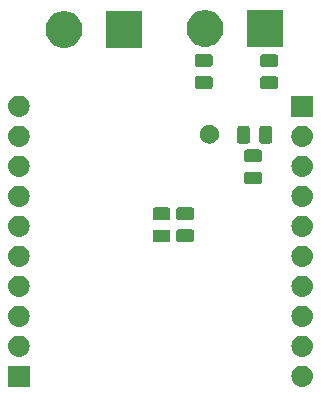
<source format=gbr>
G04 #@! TF.GenerationSoftware,KiCad,Pcbnew,5.1.1-8be2ce7~80~ubuntu18.10.1*
G04 #@! TF.CreationDate,2019-05-25T12:59:07+08:00*
G04 #@! TF.ProjectId,tas2562_dev_pcb,74617332-3536-4325-9f64-65765f706362,rev?*
G04 #@! TF.SameCoordinates,Original*
G04 #@! TF.FileFunction,Soldermask,Bot*
G04 #@! TF.FilePolarity,Negative*
%FSLAX46Y46*%
G04 Gerber Fmt 4.6, Leading zero omitted, Abs format (unit mm)*
G04 Created by KiCad (PCBNEW 5.1.1-8be2ce7~80~ubuntu18.10.1) date 2019-05-25 12:59:07*
%MOMM*%
%LPD*%
G04 APERTURE LIST*
%ADD10C,0.100000*%
G04 APERTURE END LIST*
D10*
G36*
X153661135Y-91818778D02*
G01*
X153694227Y-91822037D01*
X153807453Y-91856384D01*
X153864067Y-91873557D01*
X154020590Y-91957220D01*
X154157786Y-92069814D01*
X154270380Y-92207010D01*
X154354043Y-92363533D01*
X154354043Y-92363534D01*
X154405563Y-92533373D01*
X154405563Y-92533375D01*
X154422960Y-92710000D01*
X154408426Y-92857559D01*
X154405563Y-92886627D01*
X154371216Y-92999853D01*
X154354043Y-93056467D01*
X154270380Y-93212990D01*
X154157786Y-93350186D01*
X154020590Y-93462780D01*
X153864067Y-93546443D01*
X153807453Y-93563616D01*
X153694227Y-93597963D01*
X153661135Y-93601222D01*
X153561864Y-93611000D01*
X153473336Y-93611000D01*
X153374065Y-93601222D01*
X153340973Y-93597963D01*
X153227747Y-93563616D01*
X153171133Y-93546443D01*
X153014610Y-93462780D01*
X152877414Y-93350186D01*
X152764820Y-93212990D01*
X152681157Y-93056467D01*
X152663984Y-92999853D01*
X152629637Y-92886627D01*
X152626774Y-92857559D01*
X152612240Y-92710000D01*
X152629637Y-92533375D01*
X152629637Y-92533373D01*
X152681157Y-92363534D01*
X152681157Y-92363533D01*
X152764820Y-92207010D01*
X152877414Y-92069814D01*
X153014610Y-91957220D01*
X153171133Y-91873557D01*
X153227747Y-91856384D01*
X153340973Y-91822037D01*
X153374065Y-91818778D01*
X153473336Y-91809000D01*
X153561864Y-91809000D01*
X153661135Y-91818778D01*
X153661135Y-91818778D01*
G37*
G36*
X130441000Y-93611000D02*
G01*
X128639000Y-93611000D01*
X128639000Y-91809000D01*
X130441000Y-91809000D01*
X130441000Y-93611000D01*
X130441000Y-93611000D01*
G37*
G36*
X129683535Y-89278778D02*
G01*
X129716627Y-89282037D01*
X129829853Y-89316384D01*
X129886467Y-89333557D01*
X130042990Y-89417220D01*
X130180186Y-89529814D01*
X130292780Y-89667010D01*
X130376443Y-89823533D01*
X130376443Y-89823534D01*
X130427963Y-89993373D01*
X130427963Y-89993375D01*
X130445360Y-90170000D01*
X130430826Y-90317559D01*
X130427963Y-90346627D01*
X130393616Y-90459853D01*
X130376443Y-90516467D01*
X130292780Y-90672990D01*
X130180186Y-90810186D01*
X130042990Y-90922780D01*
X129886467Y-91006443D01*
X129829853Y-91023616D01*
X129716627Y-91057963D01*
X129683535Y-91061222D01*
X129584264Y-91071000D01*
X129495736Y-91071000D01*
X129396465Y-91061222D01*
X129363373Y-91057963D01*
X129250147Y-91023616D01*
X129193533Y-91006443D01*
X129037010Y-90922780D01*
X128899814Y-90810186D01*
X128787220Y-90672990D01*
X128703557Y-90516467D01*
X128686384Y-90459853D01*
X128652037Y-90346627D01*
X128649174Y-90317559D01*
X128634640Y-90170000D01*
X128652037Y-89993375D01*
X128652037Y-89993373D01*
X128703557Y-89823534D01*
X128703557Y-89823533D01*
X128787220Y-89667010D01*
X128899814Y-89529814D01*
X129037010Y-89417220D01*
X129193533Y-89333557D01*
X129250147Y-89316384D01*
X129363373Y-89282037D01*
X129396465Y-89278778D01*
X129495736Y-89269000D01*
X129584264Y-89269000D01*
X129683535Y-89278778D01*
X129683535Y-89278778D01*
G37*
G36*
X153661135Y-89278778D02*
G01*
X153694227Y-89282037D01*
X153807453Y-89316384D01*
X153864067Y-89333557D01*
X154020590Y-89417220D01*
X154157786Y-89529814D01*
X154270380Y-89667010D01*
X154354043Y-89823533D01*
X154354043Y-89823534D01*
X154405563Y-89993373D01*
X154405563Y-89993375D01*
X154422960Y-90170000D01*
X154408426Y-90317559D01*
X154405563Y-90346627D01*
X154371216Y-90459853D01*
X154354043Y-90516467D01*
X154270380Y-90672990D01*
X154157786Y-90810186D01*
X154020590Y-90922780D01*
X153864067Y-91006443D01*
X153807453Y-91023616D01*
X153694227Y-91057963D01*
X153661135Y-91061222D01*
X153561864Y-91071000D01*
X153473336Y-91071000D01*
X153374065Y-91061222D01*
X153340973Y-91057963D01*
X153227747Y-91023616D01*
X153171133Y-91006443D01*
X153014610Y-90922780D01*
X152877414Y-90810186D01*
X152764820Y-90672990D01*
X152681157Y-90516467D01*
X152663984Y-90459853D01*
X152629637Y-90346627D01*
X152626774Y-90317559D01*
X152612240Y-90170000D01*
X152629637Y-89993375D01*
X152629637Y-89993373D01*
X152681157Y-89823534D01*
X152681157Y-89823533D01*
X152764820Y-89667010D01*
X152877414Y-89529814D01*
X153014610Y-89417220D01*
X153171133Y-89333557D01*
X153227747Y-89316384D01*
X153340973Y-89282037D01*
X153374065Y-89278778D01*
X153473336Y-89269000D01*
X153561864Y-89269000D01*
X153661135Y-89278778D01*
X153661135Y-89278778D01*
G37*
G36*
X129683535Y-86738778D02*
G01*
X129716627Y-86742037D01*
X129829853Y-86776384D01*
X129886467Y-86793557D01*
X130042990Y-86877220D01*
X130180186Y-86989814D01*
X130292780Y-87127010D01*
X130376443Y-87283533D01*
X130376443Y-87283534D01*
X130427963Y-87453373D01*
X130427963Y-87453375D01*
X130445360Y-87630000D01*
X130430826Y-87777559D01*
X130427963Y-87806627D01*
X130393616Y-87919853D01*
X130376443Y-87976467D01*
X130292780Y-88132990D01*
X130180186Y-88270186D01*
X130042990Y-88382780D01*
X129886467Y-88466443D01*
X129829853Y-88483616D01*
X129716627Y-88517963D01*
X129683535Y-88521222D01*
X129584264Y-88531000D01*
X129495736Y-88531000D01*
X129396465Y-88521222D01*
X129363373Y-88517963D01*
X129250147Y-88483616D01*
X129193533Y-88466443D01*
X129037010Y-88382780D01*
X128899814Y-88270186D01*
X128787220Y-88132990D01*
X128703557Y-87976467D01*
X128686384Y-87919853D01*
X128652037Y-87806627D01*
X128649174Y-87777559D01*
X128634640Y-87630000D01*
X128652037Y-87453375D01*
X128652037Y-87453373D01*
X128703557Y-87283534D01*
X128703557Y-87283533D01*
X128787220Y-87127010D01*
X128899814Y-86989814D01*
X129037010Y-86877220D01*
X129193533Y-86793557D01*
X129250147Y-86776384D01*
X129363373Y-86742037D01*
X129396465Y-86738778D01*
X129495736Y-86729000D01*
X129584264Y-86729000D01*
X129683535Y-86738778D01*
X129683535Y-86738778D01*
G37*
G36*
X153661135Y-86738778D02*
G01*
X153694227Y-86742037D01*
X153807453Y-86776384D01*
X153864067Y-86793557D01*
X154020590Y-86877220D01*
X154157786Y-86989814D01*
X154270380Y-87127010D01*
X154354043Y-87283533D01*
X154354043Y-87283534D01*
X154405563Y-87453373D01*
X154405563Y-87453375D01*
X154422960Y-87630000D01*
X154408426Y-87777559D01*
X154405563Y-87806627D01*
X154371216Y-87919853D01*
X154354043Y-87976467D01*
X154270380Y-88132990D01*
X154157786Y-88270186D01*
X154020590Y-88382780D01*
X153864067Y-88466443D01*
X153807453Y-88483616D01*
X153694227Y-88517963D01*
X153661135Y-88521222D01*
X153561864Y-88531000D01*
X153473336Y-88531000D01*
X153374065Y-88521222D01*
X153340973Y-88517963D01*
X153227747Y-88483616D01*
X153171133Y-88466443D01*
X153014610Y-88382780D01*
X152877414Y-88270186D01*
X152764820Y-88132990D01*
X152681157Y-87976467D01*
X152663984Y-87919853D01*
X152629637Y-87806627D01*
X152626774Y-87777559D01*
X152612240Y-87630000D01*
X152629637Y-87453375D01*
X152629637Y-87453373D01*
X152681157Y-87283534D01*
X152681157Y-87283533D01*
X152764820Y-87127010D01*
X152877414Y-86989814D01*
X153014610Y-86877220D01*
X153171133Y-86793557D01*
X153227747Y-86776384D01*
X153340973Y-86742037D01*
X153374065Y-86738778D01*
X153473336Y-86729000D01*
X153561864Y-86729000D01*
X153661135Y-86738778D01*
X153661135Y-86738778D01*
G37*
G36*
X153661135Y-84198778D02*
G01*
X153694227Y-84202037D01*
X153807453Y-84236384D01*
X153864067Y-84253557D01*
X154020590Y-84337220D01*
X154157786Y-84449814D01*
X154270380Y-84587010D01*
X154354043Y-84743533D01*
X154354043Y-84743534D01*
X154405563Y-84913373D01*
X154405563Y-84913375D01*
X154422960Y-85090000D01*
X154408426Y-85237559D01*
X154405563Y-85266627D01*
X154371216Y-85379853D01*
X154354043Y-85436467D01*
X154270380Y-85592990D01*
X154157786Y-85730186D01*
X154020590Y-85842780D01*
X153864067Y-85926443D01*
X153807453Y-85943616D01*
X153694227Y-85977963D01*
X153661135Y-85981222D01*
X153561864Y-85991000D01*
X153473336Y-85991000D01*
X153374065Y-85981222D01*
X153340973Y-85977963D01*
X153227747Y-85943616D01*
X153171133Y-85926443D01*
X153014610Y-85842780D01*
X152877414Y-85730186D01*
X152764820Y-85592990D01*
X152681157Y-85436467D01*
X152663984Y-85379853D01*
X152629637Y-85266627D01*
X152626774Y-85237559D01*
X152612240Y-85090000D01*
X152629637Y-84913375D01*
X152629637Y-84913373D01*
X152681157Y-84743534D01*
X152681157Y-84743533D01*
X152764820Y-84587010D01*
X152877414Y-84449814D01*
X153014610Y-84337220D01*
X153171133Y-84253557D01*
X153227747Y-84236384D01*
X153340973Y-84202037D01*
X153374065Y-84198778D01*
X153473336Y-84189000D01*
X153561864Y-84189000D01*
X153661135Y-84198778D01*
X153661135Y-84198778D01*
G37*
G36*
X129683535Y-84198778D02*
G01*
X129716627Y-84202037D01*
X129829853Y-84236384D01*
X129886467Y-84253557D01*
X130042990Y-84337220D01*
X130180186Y-84449814D01*
X130292780Y-84587010D01*
X130376443Y-84743533D01*
X130376443Y-84743534D01*
X130427963Y-84913373D01*
X130427963Y-84913375D01*
X130445360Y-85090000D01*
X130430826Y-85237559D01*
X130427963Y-85266627D01*
X130393616Y-85379853D01*
X130376443Y-85436467D01*
X130292780Y-85592990D01*
X130180186Y-85730186D01*
X130042990Y-85842780D01*
X129886467Y-85926443D01*
X129829853Y-85943616D01*
X129716627Y-85977963D01*
X129683535Y-85981222D01*
X129584264Y-85991000D01*
X129495736Y-85991000D01*
X129396465Y-85981222D01*
X129363373Y-85977963D01*
X129250147Y-85943616D01*
X129193533Y-85926443D01*
X129037010Y-85842780D01*
X128899814Y-85730186D01*
X128787220Y-85592990D01*
X128703557Y-85436467D01*
X128686384Y-85379853D01*
X128652037Y-85266627D01*
X128649174Y-85237559D01*
X128634640Y-85090000D01*
X128652037Y-84913375D01*
X128652037Y-84913373D01*
X128703557Y-84743534D01*
X128703557Y-84743533D01*
X128787220Y-84587010D01*
X128899814Y-84449814D01*
X129037010Y-84337220D01*
X129193533Y-84253557D01*
X129250147Y-84236384D01*
X129363373Y-84202037D01*
X129396465Y-84198778D01*
X129495736Y-84189000D01*
X129584264Y-84189000D01*
X129683535Y-84198778D01*
X129683535Y-84198778D01*
G37*
G36*
X129683535Y-81658778D02*
G01*
X129716627Y-81662037D01*
X129829853Y-81696384D01*
X129886467Y-81713557D01*
X130042990Y-81797220D01*
X130180186Y-81909814D01*
X130292780Y-82047010D01*
X130376443Y-82203533D01*
X130376443Y-82203534D01*
X130427963Y-82373373D01*
X130427963Y-82373375D01*
X130445360Y-82550000D01*
X130430826Y-82697559D01*
X130427963Y-82726627D01*
X130393616Y-82839853D01*
X130376443Y-82896467D01*
X130292780Y-83052990D01*
X130180186Y-83190186D01*
X130042990Y-83302780D01*
X129886467Y-83386443D01*
X129829853Y-83403616D01*
X129716627Y-83437963D01*
X129683535Y-83441222D01*
X129584264Y-83451000D01*
X129495736Y-83451000D01*
X129396465Y-83441222D01*
X129363373Y-83437963D01*
X129250147Y-83403616D01*
X129193533Y-83386443D01*
X129037010Y-83302780D01*
X128899814Y-83190186D01*
X128787220Y-83052990D01*
X128703557Y-82896467D01*
X128686384Y-82839853D01*
X128652037Y-82726627D01*
X128649174Y-82697559D01*
X128634640Y-82550000D01*
X128652037Y-82373375D01*
X128652037Y-82373373D01*
X128703557Y-82203534D01*
X128703557Y-82203533D01*
X128787220Y-82047010D01*
X128899814Y-81909814D01*
X129037010Y-81797220D01*
X129193533Y-81713557D01*
X129250147Y-81696384D01*
X129363373Y-81662037D01*
X129396465Y-81658778D01*
X129495736Y-81649000D01*
X129584264Y-81649000D01*
X129683535Y-81658778D01*
X129683535Y-81658778D01*
G37*
G36*
X153661135Y-81658778D02*
G01*
X153694227Y-81662037D01*
X153807453Y-81696384D01*
X153864067Y-81713557D01*
X154020590Y-81797220D01*
X154157786Y-81909814D01*
X154270380Y-82047010D01*
X154354043Y-82203533D01*
X154354043Y-82203534D01*
X154405563Y-82373373D01*
X154405563Y-82373375D01*
X154422960Y-82550000D01*
X154408426Y-82697559D01*
X154405563Y-82726627D01*
X154371216Y-82839853D01*
X154354043Y-82896467D01*
X154270380Y-83052990D01*
X154157786Y-83190186D01*
X154020590Y-83302780D01*
X153864067Y-83386443D01*
X153807453Y-83403616D01*
X153694227Y-83437963D01*
X153661135Y-83441222D01*
X153561864Y-83451000D01*
X153473336Y-83451000D01*
X153374065Y-83441222D01*
X153340973Y-83437963D01*
X153227747Y-83403616D01*
X153171133Y-83386443D01*
X153014610Y-83302780D01*
X152877414Y-83190186D01*
X152764820Y-83052990D01*
X152681157Y-82896467D01*
X152663984Y-82839853D01*
X152629637Y-82726627D01*
X152626774Y-82697559D01*
X152612240Y-82550000D01*
X152629637Y-82373375D01*
X152629637Y-82373373D01*
X152681157Y-82203534D01*
X152681157Y-82203533D01*
X152764820Y-82047010D01*
X152877414Y-81909814D01*
X153014610Y-81797220D01*
X153171133Y-81713557D01*
X153227747Y-81696384D01*
X153340973Y-81662037D01*
X153374065Y-81658778D01*
X153473336Y-81649000D01*
X153561864Y-81649000D01*
X153661135Y-81658778D01*
X153661135Y-81658778D01*
G37*
G36*
X142179432Y-80286688D02*
G01*
X142220469Y-80299136D01*
X142258288Y-80319351D01*
X142291441Y-80346559D01*
X142318649Y-80379712D01*
X142338864Y-80417531D01*
X142351312Y-80458568D01*
X142356000Y-80506167D01*
X142356000Y-81134833D01*
X142351312Y-81182432D01*
X142338864Y-81223469D01*
X142318649Y-81261288D01*
X142291441Y-81294441D01*
X142258288Y-81321649D01*
X142220469Y-81341864D01*
X142179432Y-81354312D01*
X142131833Y-81359000D01*
X141078167Y-81359000D01*
X141030568Y-81354312D01*
X140989531Y-81341864D01*
X140951712Y-81321649D01*
X140918559Y-81294441D01*
X140891351Y-81261288D01*
X140871136Y-81223469D01*
X140858688Y-81182432D01*
X140854000Y-81134833D01*
X140854000Y-80506167D01*
X140858688Y-80458568D01*
X140871136Y-80417531D01*
X140891351Y-80379712D01*
X140918559Y-80346559D01*
X140951712Y-80319351D01*
X140989531Y-80299136D01*
X141030568Y-80286688D01*
X141078167Y-80282000D01*
X142131833Y-80282000D01*
X142179432Y-80286688D01*
X142179432Y-80286688D01*
G37*
G36*
X144186032Y-80263588D02*
G01*
X144227069Y-80276036D01*
X144264888Y-80296251D01*
X144298041Y-80323459D01*
X144325249Y-80356612D01*
X144345464Y-80394431D01*
X144357912Y-80435468D01*
X144362600Y-80483067D01*
X144362600Y-81111733D01*
X144357912Y-81159332D01*
X144345464Y-81200369D01*
X144325249Y-81238188D01*
X144298041Y-81271341D01*
X144264888Y-81298549D01*
X144227069Y-81318764D01*
X144186032Y-81331212D01*
X144138433Y-81335900D01*
X143084767Y-81335900D01*
X143037168Y-81331212D01*
X142996131Y-81318764D01*
X142958312Y-81298549D01*
X142925159Y-81271341D01*
X142897951Y-81238188D01*
X142877736Y-81200369D01*
X142865288Y-81159332D01*
X142860600Y-81111733D01*
X142860600Y-80483067D01*
X142865288Y-80435468D01*
X142877736Y-80394431D01*
X142897951Y-80356612D01*
X142925159Y-80323459D01*
X142958312Y-80296251D01*
X142996131Y-80276036D01*
X143037168Y-80263588D01*
X143084767Y-80258900D01*
X144138433Y-80258900D01*
X144186032Y-80263588D01*
X144186032Y-80263588D01*
G37*
G36*
X129683535Y-79118778D02*
G01*
X129716627Y-79122037D01*
X129829853Y-79156384D01*
X129886467Y-79173557D01*
X130042990Y-79257220D01*
X130180186Y-79369814D01*
X130292780Y-79507010D01*
X130376443Y-79663533D01*
X130376443Y-79663534D01*
X130427963Y-79833373D01*
X130427963Y-79833375D01*
X130445360Y-80010000D01*
X130430826Y-80157559D01*
X130427963Y-80186627D01*
X130406039Y-80258900D01*
X130376443Y-80356467D01*
X130292780Y-80512990D01*
X130180186Y-80650186D01*
X130042990Y-80762780D01*
X129886467Y-80846443D01*
X129829853Y-80863616D01*
X129716627Y-80897963D01*
X129683535Y-80901222D01*
X129584264Y-80911000D01*
X129495736Y-80911000D01*
X129396465Y-80901222D01*
X129363373Y-80897963D01*
X129250147Y-80863616D01*
X129193533Y-80846443D01*
X129037010Y-80762780D01*
X128899814Y-80650186D01*
X128787220Y-80512990D01*
X128703557Y-80356467D01*
X128673961Y-80258900D01*
X128652037Y-80186627D01*
X128649174Y-80157559D01*
X128634640Y-80010000D01*
X128652037Y-79833375D01*
X128652037Y-79833373D01*
X128703557Y-79663534D01*
X128703557Y-79663533D01*
X128787220Y-79507010D01*
X128899814Y-79369814D01*
X129037010Y-79257220D01*
X129193533Y-79173557D01*
X129250147Y-79156384D01*
X129363373Y-79122037D01*
X129396465Y-79118778D01*
X129495736Y-79109000D01*
X129584264Y-79109000D01*
X129683535Y-79118778D01*
X129683535Y-79118778D01*
G37*
G36*
X153661135Y-79118778D02*
G01*
X153694227Y-79122037D01*
X153807453Y-79156384D01*
X153864067Y-79173557D01*
X154020590Y-79257220D01*
X154157786Y-79369814D01*
X154270380Y-79507010D01*
X154354043Y-79663533D01*
X154354043Y-79663534D01*
X154405563Y-79833373D01*
X154405563Y-79833375D01*
X154422960Y-80010000D01*
X154408426Y-80157559D01*
X154405563Y-80186627D01*
X154383639Y-80258900D01*
X154354043Y-80356467D01*
X154270380Y-80512990D01*
X154157786Y-80650186D01*
X154020590Y-80762780D01*
X153864067Y-80846443D01*
X153807453Y-80863616D01*
X153694227Y-80897963D01*
X153661135Y-80901222D01*
X153561864Y-80911000D01*
X153473336Y-80911000D01*
X153374065Y-80901222D01*
X153340973Y-80897963D01*
X153227747Y-80863616D01*
X153171133Y-80846443D01*
X153014610Y-80762780D01*
X152877414Y-80650186D01*
X152764820Y-80512990D01*
X152681157Y-80356467D01*
X152651561Y-80258900D01*
X152629637Y-80186627D01*
X152626774Y-80157559D01*
X152612240Y-80010000D01*
X152629637Y-79833375D01*
X152629637Y-79833373D01*
X152681157Y-79663534D01*
X152681157Y-79663533D01*
X152764820Y-79507010D01*
X152877414Y-79369814D01*
X153014610Y-79257220D01*
X153171133Y-79173557D01*
X153227747Y-79156384D01*
X153340973Y-79122037D01*
X153374065Y-79118778D01*
X153473336Y-79109000D01*
X153561864Y-79109000D01*
X153661135Y-79118778D01*
X153661135Y-79118778D01*
G37*
G36*
X142179432Y-78411688D02*
G01*
X142220469Y-78424136D01*
X142258288Y-78444351D01*
X142291441Y-78471559D01*
X142318649Y-78504712D01*
X142338864Y-78542531D01*
X142351312Y-78583568D01*
X142356000Y-78631167D01*
X142356000Y-79259833D01*
X142351312Y-79307432D01*
X142338864Y-79348469D01*
X142318649Y-79386288D01*
X142291441Y-79419441D01*
X142258288Y-79446649D01*
X142220469Y-79466864D01*
X142179432Y-79479312D01*
X142131833Y-79484000D01*
X141078167Y-79484000D01*
X141030568Y-79479312D01*
X140989531Y-79466864D01*
X140951712Y-79446649D01*
X140918559Y-79419441D01*
X140891351Y-79386288D01*
X140871136Y-79348469D01*
X140858688Y-79307432D01*
X140854000Y-79259833D01*
X140854000Y-78631167D01*
X140858688Y-78583568D01*
X140871136Y-78542531D01*
X140891351Y-78504712D01*
X140918559Y-78471559D01*
X140951712Y-78444351D01*
X140989531Y-78424136D01*
X141030568Y-78411688D01*
X141078167Y-78407000D01*
X142131833Y-78407000D01*
X142179432Y-78411688D01*
X142179432Y-78411688D01*
G37*
G36*
X144186032Y-78388588D02*
G01*
X144227069Y-78401036D01*
X144264888Y-78421251D01*
X144298041Y-78448459D01*
X144325249Y-78481612D01*
X144345464Y-78519431D01*
X144357912Y-78560468D01*
X144362600Y-78608067D01*
X144362600Y-79236733D01*
X144357912Y-79284332D01*
X144345464Y-79325369D01*
X144325249Y-79363188D01*
X144298041Y-79396341D01*
X144264888Y-79423549D01*
X144227069Y-79443764D01*
X144186032Y-79456212D01*
X144138433Y-79460900D01*
X143084767Y-79460900D01*
X143037168Y-79456212D01*
X142996131Y-79443764D01*
X142958312Y-79423549D01*
X142925159Y-79396341D01*
X142897951Y-79363188D01*
X142877736Y-79325369D01*
X142865288Y-79284332D01*
X142860600Y-79236733D01*
X142860600Y-78608067D01*
X142865288Y-78560468D01*
X142877736Y-78519431D01*
X142897951Y-78481612D01*
X142925159Y-78448459D01*
X142958312Y-78421251D01*
X142996131Y-78401036D01*
X143037168Y-78388588D01*
X143084767Y-78383900D01*
X144138433Y-78383900D01*
X144186032Y-78388588D01*
X144186032Y-78388588D01*
G37*
G36*
X153661135Y-76578778D02*
G01*
X153694227Y-76582037D01*
X153807453Y-76616384D01*
X153864067Y-76633557D01*
X154020590Y-76717220D01*
X154157786Y-76829814D01*
X154270380Y-76967010D01*
X154354043Y-77123533D01*
X154354043Y-77123534D01*
X154405563Y-77293373D01*
X154405563Y-77293375D01*
X154422960Y-77470000D01*
X154408426Y-77617559D01*
X154405563Y-77646627D01*
X154371216Y-77759853D01*
X154354043Y-77816467D01*
X154270380Y-77972990D01*
X154157786Y-78110186D01*
X154020590Y-78222780D01*
X153864067Y-78306443D01*
X153807453Y-78323616D01*
X153694227Y-78357963D01*
X153661135Y-78361222D01*
X153561864Y-78371000D01*
X153473336Y-78371000D01*
X153374065Y-78361222D01*
X153340973Y-78357963D01*
X153227747Y-78323616D01*
X153171133Y-78306443D01*
X153014610Y-78222780D01*
X152877414Y-78110186D01*
X152764820Y-77972990D01*
X152681157Y-77816467D01*
X152663984Y-77759853D01*
X152629637Y-77646627D01*
X152626774Y-77617559D01*
X152612240Y-77470000D01*
X152629637Y-77293375D01*
X152629637Y-77293373D01*
X152681157Y-77123534D01*
X152681157Y-77123533D01*
X152764820Y-76967010D01*
X152877414Y-76829814D01*
X153014610Y-76717220D01*
X153171133Y-76633557D01*
X153227747Y-76616384D01*
X153340973Y-76582037D01*
X153374065Y-76578778D01*
X153473336Y-76569000D01*
X153561864Y-76569000D01*
X153661135Y-76578778D01*
X153661135Y-76578778D01*
G37*
G36*
X129683535Y-76578778D02*
G01*
X129716627Y-76582037D01*
X129829853Y-76616384D01*
X129886467Y-76633557D01*
X130042990Y-76717220D01*
X130180186Y-76829814D01*
X130292780Y-76967010D01*
X130376443Y-77123533D01*
X130376443Y-77123534D01*
X130427963Y-77293373D01*
X130427963Y-77293375D01*
X130445360Y-77470000D01*
X130430826Y-77617559D01*
X130427963Y-77646627D01*
X130393616Y-77759853D01*
X130376443Y-77816467D01*
X130292780Y-77972990D01*
X130180186Y-78110186D01*
X130042990Y-78222780D01*
X129886467Y-78306443D01*
X129829853Y-78323616D01*
X129716627Y-78357963D01*
X129683535Y-78361222D01*
X129584264Y-78371000D01*
X129495736Y-78371000D01*
X129396465Y-78361222D01*
X129363373Y-78357963D01*
X129250147Y-78323616D01*
X129193533Y-78306443D01*
X129037010Y-78222780D01*
X128899814Y-78110186D01*
X128787220Y-77972990D01*
X128703557Y-77816467D01*
X128686384Y-77759853D01*
X128652037Y-77646627D01*
X128649174Y-77617559D01*
X128634640Y-77470000D01*
X128652037Y-77293375D01*
X128652037Y-77293373D01*
X128703557Y-77123534D01*
X128703557Y-77123533D01*
X128787220Y-76967010D01*
X128899814Y-76829814D01*
X129037010Y-76717220D01*
X129193533Y-76633557D01*
X129250147Y-76616384D01*
X129363373Y-76582037D01*
X129396465Y-76578778D01*
X129495736Y-76569000D01*
X129584264Y-76569000D01*
X129683535Y-76578778D01*
X129683535Y-76578778D01*
G37*
G36*
X149926432Y-75382188D02*
G01*
X149967469Y-75394636D01*
X150005288Y-75414851D01*
X150038441Y-75442059D01*
X150065649Y-75475212D01*
X150085864Y-75513031D01*
X150098312Y-75554068D01*
X150103000Y-75601667D01*
X150103000Y-76230333D01*
X150098312Y-76277932D01*
X150085864Y-76318969D01*
X150065649Y-76356788D01*
X150038441Y-76389941D01*
X150005288Y-76417149D01*
X149967469Y-76437364D01*
X149926432Y-76449812D01*
X149878833Y-76454500D01*
X148825167Y-76454500D01*
X148777568Y-76449812D01*
X148736531Y-76437364D01*
X148698712Y-76417149D01*
X148665559Y-76389941D01*
X148638351Y-76356788D01*
X148618136Y-76318969D01*
X148605688Y-76277932D01*
X148601000Y-76230333D01*
X148601000Y-75601667D01*
X148605688Y-75554068D01*
X148618136Y-75513031D01*
X148638351Y-75475212D01*
X148665559Y-75442059D01*
X148698712Y-75414851D01*
X148736531Y-75394636D01*
X148777568Y-75382188D01*
X148825167Y-75377500D01*
X149878833Y-75377500D01*
X149926432Y-75382188D01*
X149926432Y-75382188D01*
G37*
G36*
X153661135Y-74038778D02*
G01*
X153694227Y-74042037D01*
X153807453Y-74076384D01*
X153864067Y-74093557D01*
X154020590Y-74177220D01*
X154157786Y-74289814D01*
X154270380Y-74427010D01*
X154354043Y-74583533D01*
X154354043Y-74583534D01*
X154405563Y-74753373D01*
X154405563Y-74753375D01*
X154422960Y-74930000D01*
X154408426Y-75077559D01*
X154405563Y-75106627D01*
X154371216Y-75219853D01*
X154354043Y-75276467D01*
X154270380Y-75432990D01*
X154157786Y-75570186D01*
X154020590Y-75682780D01*
X153864067Y-75766443D01*
X153807453Y-75783616D01*
X153694227Y-75817963D01*
X153661135Y-75821222D01*
X153561864Y-75831000D01*
X153473336Y-75831000D01*
X153374065Y-75821222D01*
X153340973Y-75817963D01*
X153227747Y-75783616D01*
X153171133Y-75766443D01*
X153014610Y-75682780D01*
X152877414Y-75570186D01*
X152764820Y-75432990D01*
X152681157Y-75276467D01*
X152663984Y-75219853D01*
X152629637Y-75106627D01*
X152626774Y-75077559D01*
X152612240Y-74930000D01*
X152629637Y-74753375D01*
X152629637Y-74753373D01*
X152681157Y-74583534D01*
X152681157Y-74583533D01*
X152764820Y-74427010D01*
X152877414Y-74289814D01*
X153014610Y-74177220D01*
X153171133Y-74093557D01*
X153227747Y-74076384D01*
X153340973Y-74042037D01*
X153374065Y-74038778D01*
X153473336Y-74029000D01*
X153561864Y-74029000D01*
X153661135Y-74038778D01*
X153661135Y-74038778D01*
G37*
G36*
X129683535Y-74038778D02*
G01*
X129716627Y-74042037D01*
X129829853Y-74076384D01*
X129886467Y-74093557D01*
X130042990Y-74177220D01*
X130180186Y-74289814D01*
X130292780Y-74427010D01*
X130376443Y-74583533D01*
X130376443Y-74583534D01*
X130427963Y-74753373D01*
X130427963Y-74753375D01*
X130445360Y-74930000D01*
X130430826Y-75077559D01*
X130427963Y-75106627D01*
X130393616Y-75219853D01*
X130376443Y-75276467D01*
X130292780Y-75432990D01*
X130180186Y-75570186D01*
X130042990Y-75682780D01*
X129886467Y-75766443D01*
X129829853Y-75783616D01*
X129716627Y-75817963D01*
X129683535Y-75821222D01*
X129584264Y-75831000D01*
X129495736Y-75831000D01*
X129396465Y-75821222D01*
X129363373Y-75817963D01*
X129250147Y-75783616D01*
X129193533Y-75766443D01*
X129037010Y-75682780D01*
X128899814Y-75570186D01*
X128787220Y-75432990D01*
X128703557Y-75276467D01*
X128686384Y-75219853D01*
X128652037Y-75106627D01*
X128649174Y-75077559D01*
X128634640Y-74930000D01*
X128652037Y-74753375D01*
X128652037Y-74753373D01*
X128703557Y-74583534D01*
X128703557Y-74583533D01*
X128787220Y-74427010D01*
X128899814Y-74289814D01*
X129037010Y-74177220D01*
X129193533Y-74093557D01*
X129250147Y-74076384D01*
X129363373Y-74042037D01*
X129396465Y-74038778D01*
X129495736Y-74029000D01*
X129584264Y-74029000D01*
X129683535Y-74038778D01*
X129683535Y-74038778D01*
G37*
G36*
X149926432Y-73507188D02*
G01*
X149967469Y-73519636D01*
X150005288Y-73539851D01*
X150038441Y-73567059D01*
X150065649Y-73600212D01*
X150085864Y-73638031D01*
X150098312Y-73679068D01*
X150103000Y-73726667D01*
X150103000Y-74355333D01*
X150098312Y-74402932D01*
X150085864Y-74443969D01*
X150065649Y-74481788D01*
X150038441Y-74514941D01*
X150005288Y-74542149D01*
X149967469Y-74562364D01*
X149926432Y-74574812D01*
X149878833Y-74579500D01*
X148825167Y-74579500D01*
X148777568Y-74574812D01*
X148736531Y-74562364D01*
X148698712Y-74542149D01*
X148665559Y-74514941D01*
X148638351Y-74481788D01*
X148618136Y-74443969D01*
X148605688Y-74402932D01*
X148601000Y-74355333D01*
X148601000Y-73726667D01*
X148605688Y-73679068D01*
X148618136Y-73638031D01*
X148638351Y-73600212D01*
X148665559Y-73567059D01*
X148698712Y-73539851D01*
X148736531Y-73519636D01*
X148777568Y-73507188D01*
X148825167Y-73502500D01*
X149878833Y-73502500D01*
X149926432Y-73507188D01*
X149926432Y-73507188D01*
G37*
G36*
X129683535Y-71498778D02*
G01*
X129716627Y-71502037D01*
X129817034Y-71532495D01*
X129886467Y-71553557D01*
X130042990Y-71637220D01*
X130180186Y-71749814D01*
X130292780Y-71887010D01*
X130376443Y-72043533D01*
X130376443Y-72043534D01*
X130427963Y-72213373D01*
X130427963Y-72213375D01*
X130445360Y-72390000D01*
X130441110Y-72433145D01*
X130427963Y-72566627D01*
X130393616Y-72679853D01*
X130376443Y-72736467D01*
X130292780Y-72892990D01*
X130180186Y-73030186D01*
X130042990Y-73142780D01*
X129886467Y-73226443D01*
X129829853Y-73243616D01*
X129716627Y-73277963D01*
X129683535Y-73281222D01*
X129584264Y-73291000D01*
X129495736Y-73291000D01*
X129396465Y-73281222D01*
X129363373Y-73277963D01*
X129250147Y-73243616D01*
X129193533Y-73226443D01*
X129037010Y-73142780D01*
X128899814Y-73030186D01*
X128787220Y-72892990D01*
X128703557Y-72736467D01*
X128686384Y-72679853D01*
X128652037Y-72566627D01*
X128638890Y-72433145D01*
X128634640Y-72390000D01*
X128652037Y-72213375D01*
X128652037Y-72213373D01*
X128703557Y-72043534D01*
X128703557Y-72043533D01*
X128787220Y-71887010D01*
X128899814Y-71749814D01*
X129037010Y-71637220D01*
X129193533Y-71553557D01*
X129262966Y-71532495D01*
X129363373Y-71502037D01*
X129396465Y-71498778D01*
X129495736Y-71489000D01*
X129584264Y-71489000D01*
X129683535Y-71498778D01*
X129683535Y-71498778D01*
G37*
G36*
X153661135Y-71498778D02*
G01*
X153694227Y-71502037D01*
X153794634Y-71532495D01*
X153864067Y-71553557D01*
X154020590Y-71637220D01*
X154157786Y-71749814D01*
X154270380Y-71887010D01*
X154354043Y-72043533D01*
X154354043Y-72043534D01*
X154405563Y-72213373D01*
X154405563Y-72213375D01*
X154422960Y-72390000D01*
X154418710Y-72433145D01*
X154405563Y-72566627D01*
X154371216Y-72679853D01*
X154354043Y-72736467D01*
X154270380Y-72892990D01*
X154157786Y-73030186D01*
X154020590Y-73142780D01*
X153864067Y-73226443D01*
X153807453Y-73243616D01*
X153694227Y-73277963D01*
X153661135Y-73281222D01*
X153561864Y-73291000D01*
X153473336Y-73291000D01*
X153374065Y-73281222D01*
X153340973Y-73277963D01*
X153227747Y-73243616D01*
X153171133Y-73226443D01*
X153014610Y-73142780D01*
X152877414Y-73030186D01*
X152764820Y-72892990D01*
X152681157Y-72736467D01*
X152663984Y-72679853D01*
X152629637Y-72566627D01*
X152616490Y-72433145D01*
X152612240Y-72390000D01*
X152629637Y-72213375D01*
X152629637Y-72213373D01*
X152681157Y-72043534D01*
X152681157Y-72043533D01*
X152764820Y-71887010D01*
X152877414Y-71749814D01*
X153014610Y-71637220D01*
X153171133Y-71553557D01*
X153240566Y-71532495D01*
X153340973Y-71502037D01*
X153374065Y-71498778D01*
X153473336Y-71489000D01*
X153561864Y-71489000D01*
X153661135Y-71498778D01*
X153661135Y-71498778D01*
G37*
G36*
X148918432Y-71516688D02*
G01*
X148959469Y-71529136D01*
X148997288Y-71549351D01*
X149030441Y-71576559D01*
X149057649Y-71609712D01*
X149077864Y-71647531D01*
X149090312Y-71688568D01*
X149095000Y-71736167D01*
X149095000Y-72789833D01*
X149090312Y-72837432D01*
X149077864Y-72878469D01*
X149057649Y-72916288D01*
X149030441Y-72949441D01*
X148997288Y-72976649D01*
X148959469Y-72996864D01*
X148918432Y-73009312D01*
X148870833Y-73014000D01*
X148242167Y-73014000D01*
X148194568Y-73009312D01*
X148153531Y-72996864D01*
X148115712Y-72976649D01*
X148082559Y-72949441D01*
X148055351Y-72916288D01*
X148035136Y-72878469D01*
X148022688Y-72837432D01*
X148018000Y-72789833D01*
X148018000Y-71736167D01*
X148022688Y-71688568D01*
X148035136Y-71647531D01*
X148055351Y-71609712D01*
X148082559Y-71576559D01*
X148115712Y-71549351D01*
X148153531Y-71529136D01*
X148194568Y-71516688D01*
X148242167Y-71512000D01*
X148870833Y-71512000D01*
X148918432Y-71516688D01*
X148918432Y-71516688D01*
G37*
G36*
X150793432Y-71516688D02*
G01*
X150834469Y-71529136D01*
X150872288Y-71549351D01*
X150905441Y-71576559D01*
X150932649Y-71609712D01*
X150952864Y-71647531D01*
X150965312Y-71688568D01*
X150970000Y-71736167D01*
X150970000Y-72789833D01*
X150965312Y-72837432D01*
X150952864Y-72878469D01*
X150932649Y-72916288D01*
X150905441Y-72949441D01*
X150872288Y-72976649D01*
X150834469Y-72996864D01*
X150793432Y-73009312D01*
X150745833Y-73014000D01*
X150117167Y-73014000D01*
X150069568Y-73009312D01*
X150028531Y-72996864D01*
X149990712Y-72976649D01*
X149957559Y-72949441D01*
X149930351Y-72916288D01*
X149910136Y-72878469D01*
X149897688Y-72837432D01*
X149893000Y-72789833D01*
X149893000Y-71736167D01*
X149897688Y-71688568D01*
X149910136Y-71647531D01*
X149930351Y-71609712D01*
X149957559Y-71576559D01*
X149990712Y-71549351D01*
X150028531Y-71529136D01*
X150069568Y-71516688D01*
X150117167Y-71512000D01*
X150745833Y-71512000D01*
X150793432Y-71516688D01*
X150793432Y-71516688D01*
G37*
G36*
X145799476Y-71408761D02*
G01*
X145902645Y-71429282D01*
X145988036Y-71464653D01*
X146048416Y-71489663D01*
X146048417Y-71489664D01*
X146178467Y-71576559D01*
X146179608Y-71577322D01*
X146291178Y-71688892D01*
X146378837Y-71820084D01*
X146403847Y-71880464D01*
X146439218Y-71965855D01*
X146470000Y-72120609D01*
X146470000Y-72278391D01*
X146439218Y-72433145D01*
X146403847Y-72518536D01*
X146378837Y-72578916D01*
X146378836Y-72578917D01*
X146291179Y-72710107D01*
X146179607Y-72821679D01*
X146114012Y-72865508D01*
X146048416Y-72909337D01*
X145988036Y-72934347D01*
X145902645Y-72969718D01*
X145799476Y-72990239D01*
X145747892Y-73000500D01*
X145590108Y-73000500D01*
X145538524Y-72990239D01*
X145435355Y-72969718D01*
X145349964Y-72934347D01*
X145289584Y-72909337D01*
X145223988Y-72865507D01*
X145158393Y-72821679D01*
X145046821Y-72710107D01*
X144959164Y-72578917D01*
X144959163Y-72578916D01*
X144934153Y-72518536D01*
X144898782Y-72433145D01*
X144868000Y-72278391D01*
X144868000Y-72120609D01*
X144898782Y-71965855D01*
X144934153Y-71880464D01*
X144959163Y-71820084D01*
X145046822Y-71688892D01*
X145158392Y-71577322D01*
X145159534Y-71576559D01*
X145289583Y-71489664D01*
X145289584Y-71489663D01*
X145349964Y-71464653D01*
X145435355Y-71429282D01*
X145538524Y-71408761D01*
X145590108Y-71398500D01*
X145747892Y-71398500D01*
X145799476Y-71408761D01*
X145799476Y-71408761D01*
G37*
G36*
X129683535Y-68958778D02*
G01*
X129716627Y-68962037D01*
X129829853Y-68996384D01*
X129886467Y-69013557D01*
X130042990Y-69097220D01*
X130180186Y-69209814D01*
X130292780Y-69347010D01*
X130376443Y-69503533D01*
X130376443Y-69503534D01*
X130427963Y-69673373D01*
X130427963Y-69673375D01*
X130445360Y-69850000D01*
X130430826Y-69997559D01*
X130427963Y-70026627D01*
X130393616Y-70139853D01*
X130376443Y-70196467D01*
X130292780Y-70352990D01*
X130180186Y-70490186D01*
X130042990Y-70602780D01*
X129886467Y-70686443D01*
X129829853Y-70703616D01*
X129716627Y-70737963D01*
X129683535Y-70741222D01*
X129584264Y-70751000D01*
X129495736Y-70751000D01*
X129396465Y-70741222D01*
X129363373Y-70737963D01*
X129250147Y-70703616D01*
X129193533Y-70686443D01*
X129037010Y-70602780D01*
X128899814Y-70490186D01*
X128787220Y-70352990D01*
X128703557Y-70196467D01*
X128686384Y-70139853D01*
X128652037Y-70026627D01*
X128649174Y-69997559D01*
X128634640Y-69850000D01*
X128652037Y-69673375D01*
X128652037Y-69673373D01*
X128703557Y-69503534D01*
X128703557Y-69503533D01*
X128787220Y-69347010D01*
X128899814Y-69209814D01*
X129037010Y-69097220D01*
X129193533Y-69013557D01*
X129250147Y-68996384D01*
X129363373Y-68962037D01*
X129396465Y-68958778D01*
X129495736Y-68949000D01*
X129584264Y-68949000D01*
X129683535Y-68958778D01*
X129683535Y-68958778D01*
G37*
G36*
X154418600Y-70751000D02*
G01*
X152616600Y-70751000D01*
X152616600Y-68949000D01*
X154418600Y-68949000D01*
X154418600Y-70751000D01*
X154418600Y-70751000D01*
G37*
G36*
X145760832Y-67309588D02*
G01*
X145801869Y-67322036D01*
X145839688Y-67342251D01*
X145872841Y-67369459D01*
X145900049Y-67402612D01*
X145920264Y-67440431D01*
X145932712Y-67481468D01*
X145937400Y-67529067D01*
X145937400Y-68157733D01*
X145932712Y-68205332D01*
X145920264Y-68246369D01*
X145900049Y-68284188D01*
X145872841Y-68317341D01*
X145839688Y-68344549D01*
X145801869Y-68364764D01*
X145760832Y-68377212D01*
X145713233Y-68381900D01*
X144659567Y-68381900D01*
X144611968Y-68377212D01*
X144570931Y-68364764D01*
X144533112Y-68344549D01*
X144499959Y-68317341D01*
X144472751Y-68284188D01*
X144452536Y-68246369D01*
X144440088Y-68205332D01*
X144435400Y-68157733D01*
X144435400Y-67529067D01*
X144440088Y-67481468D01*
X144452536Y-67440431D01*
X144472751Y-67402612D01*
X144499959Y-67369459D01*
X144533112Y-67342251D01*
X144570931Y-67322036D01*
X144611968Y-67309588D01*
X144659567Y-67304900D01*
X145713233Y-67304900D01*
X145760832Y-67309588D01*
X145760832Y-67309588D01*
G37*
G36*
X151298032Y-67309588D02*
G01*
X151339069Y-67322036D01*
X151376888Y-67342251D01*
X151410041Y-67369459D01*
X151437249Y-67402612D01*
X151457464Y-67440431D01*
X151469912Y-67481468D01*
X151474600Y-67529067D01*
X151474600Y-68157733D01*
X151469912Y-68205332D01*
X151457464Y-68246369D01*
X151437249Y-68284188D01*
X151410041Y-68317341D01*
X151376888Y-68344549D01*
X151339069Y-68364764D01*
X151298032Y-68377212D01*
X151250433Y-68381900D01*
X150196767Y-68381900D01*
X150149168Y-68377212D01*
X150108131Y-68364764D01*
X150070312Y-68344549D01*
X150037159Y-68317341D01*
X150009951Y-68284188D01*
X149989736Y-68246369D01*
X149977288Y-68205332D01*
X149972600Y-68157733D01*
X149972600Y-67529067D01*
X149977288Y-67481468D01*
X149989736Y-67440431D01*
X150009951Y-67402612D01*
X150037159Y-67369459D01*
X150070312Y-67342251D01*
X150108131Y-67322036D01*
X150149168Y-67309588D01*
X150196767Y-67304900D01*
X151250433Y-67304900D01*
X151298032Y-67309588D01*
X151298032Y-67309588D01*
G37*
G36*
X151298032Y-65434588D02*
G01*
X151339069Y-65447036D01*
X151376888Y-65467251D01*
X151410041Y-65494459D01*
X151437249Y-65527612D01*
X151457464Y-65565431D01*
X151469912Y-65606468D01*
X151474600Y-65654067D01*
X151474600Y-66282733D01*
X151469912Y-66330332D01*
X151457464Y-66371369D01*
X151437249Y-66409188D01*
X151410041Y-66442341D01*
X151376888Y-66469549D01*
X151339069Y-66489764D01*
X151298032Y-66502212D01*
X151250433Y-66506900D01*
X150196767Y-66506900D01*
X150149168Y-66502212D01*
X150108131Y-66489764D01*
X150070312Y-66469549D01*
X150037159Y-66442341D01*
X150009951Y-66409188D01*
X149989736Y-66371369D01*
X149977288Y-66330332D01*
X149972600Y-66282733D01*
X149972600Y-65654067D01*
X149977288Y-65606468D01*
X149989736Y-65565431D01*
X150009951Y-65527612D01*
X150037159Y-65494459D01*
X150070312Y-65467251D01*
X150108131Y-65447036D01*
X150149168Y-65434588D01*
X150196767Y-65429900D01*
X151250433Y-65429900D01*
X151298032Y-65434588D01*
X151298032Y-65434588D01*
G37*
G36*
X145760832Y-65434588D02*
G01*
X145801869Y-65447036D01*
X145839688Y-65467251D01*
X145872841Y-65494459D01*
X145900049Y-65527612D01*
X145920264Y-65565431D01*
X145932712Y-65606468D01*
X145937400Y-65654067D01*
X145937400Y-66282733D01*
X145932712Y-66330332D01*
X145920264Y-66371369D01*
X145900049Y-66409188D01*
X145872841Y-66442341D01*
X145839688Y-66469549D01*
X145801869Y-66489764D01*
X145760832Y-66502212D01*
X145713233Y-66506900D01*
X144659567Y-66506900D01*
X144611968Y-66502212D01*
X144570931Y-66489764D01*
X144533112Y-66469549D01*
X144499959Y-66442341D01*
X144472751Y-66409188D01*
X144452536Y-66371369D01*
X144440088Y-66330332D01*
X144435400Y-66282733D01*
X144435400Y-65654067D01*
X144440088Y-65606468D01*
X144452536Y-65565431D01*
X144472751Y-65527612D01*
X144499959Y-65494459D01*
X144533112Y-65467251D01*
X144570931Y-65447036D01*
X144611968Y-65434588D01*
X144659567Y-65429900D01*
X145713233Y-65429900D01*
X145760832Y-65434588D01*
X145760832Y-65434588D01*
G37*
G36*
X133802410Y-61856204D02*
G01*
X133802412Y-61856205D01*
X133802413Y-61856205D01*
X133839389Y-61871521D01*
X134084674Y-61973121D01*
X134338705Y-62142859D01*
X134554741Y-62358895D01*
X134724479Y-62612926D01*
X134841396Y-62895190D01*
X134901000Y-63194840D01*
X134901000Y-63500360D01*
X134841396Y-63800010D01*
X134724479Y-64082274D01*
X134554741Y-64336305D01*
X134338705Y-64552341D01*
X134084674Y-64722079D01*
X134047695Y-64737396D01*
X133802413Y-64838995D01*
X133802412Y-64838995D01*
X133802410Y-64838996D01*
X133502760Y-64898600D01*
X133197240Y-64898600D01*
X132897590Y-64838996D01*
X132897588Y-64838995D01*
X132897587Y-64838995D01*
X132652305Y-64737396D01*
X132615326Y-64722079D01*
X132361295Y-64552341D01*
X132145259Y-64336305D01*
X131975521Y-64082274D01*
X131858604Y-63800010D01*
X131799000Y-63500360D01*
X131799000Y-63194840D01*
X131858604Y-62895190D01*
X131975521Y-62612926D01*
X132145259Y-62358895D01*
X132361295Y-62142859D01*
X132615326Y-61973121D01*
X132860611Y-61871521D01*
X132897587Y-61856205D01*
X132897588Y-61856205D01*
X132897590Y-61856204D01*
X133197240Y-61796600D01*
X133502760Y-61796600D01*
X133802410Y-61856204D01*
X133802410Y-61856204D01*
G37*
G36*
X139981000Y-64898600D02*
G01*
X136879000Y-64898600D01*
X136879000Y-61796600D01*
X139981000Y-61796600D01*
X139981000Y-64898600D01*
X139981000Y-64898600D01*
G37*
G36*
X145740410Y-61754604D02*
G01*
X145740412Y-61754605D01*
X145740413Y-61754605D01*
X145841798Y-61796600D01*
X146022674Y-61871521D01*
X146276705Y-62041259D01*
X146492741Y-62257295D01*
X146662479Y-62511326D01*
X146779396Y-62793590D01*
X146839000Y-63093240D01*
X146839000Y-63398760D01*
X146779396Y-63698410D01*
X146662479Y-63980674D01*
X146492741Y-64234705D01*
X146276705Y-64450741D01*
X146022674Y-64620479D01*
X145844678Y-64694207D01*
X145740413Y-64737395D01*
X145740412Y-64737395D01*
X145740410Y-64737396D01*
X145440760Y-64797000D01*
X145135240Y-64797000D01*
X144835590Y-64737396D01*
X144835588Y-64737395D01*
X144835587Y-64737395D01*
X144731322Y-64694207D01*
X144553326Y-64620479D01*
X144299295Y-64450741D01*
X144083259Y-64234705D01*
X143913521Y-63980674D01*
X143796604Y-63698410D01*
X143737000Y-63398760D01*
X143737000Y-63093240D01*
X143796604Y-62793590D01*
X143913521Y-62511326D01*
X144083259Y-62257295D01*
X144299295Y-62041259D01*
X144553326Y-61871521D01*
X144734202Y-61796600D01*
X144835587Y-61754605D01*
X144835588Y-61754605D01*
X144835590Y-61754604D01*
X145135240Y-61695000D01*
X145440760Y-61695000D01*
X145740410Y-61754604D01*
X145740410Y-61754604D01*
G37*
G36*
X151919000Y-64797000D02*
G01*
X148817000Y-64797000D01*
X148817000Y-61695000D01*
X151919000Y-61695000D01*
X151919000Y-64797000D01*
X151919000Y-64797000D01*
G37*
M02*

</source>
